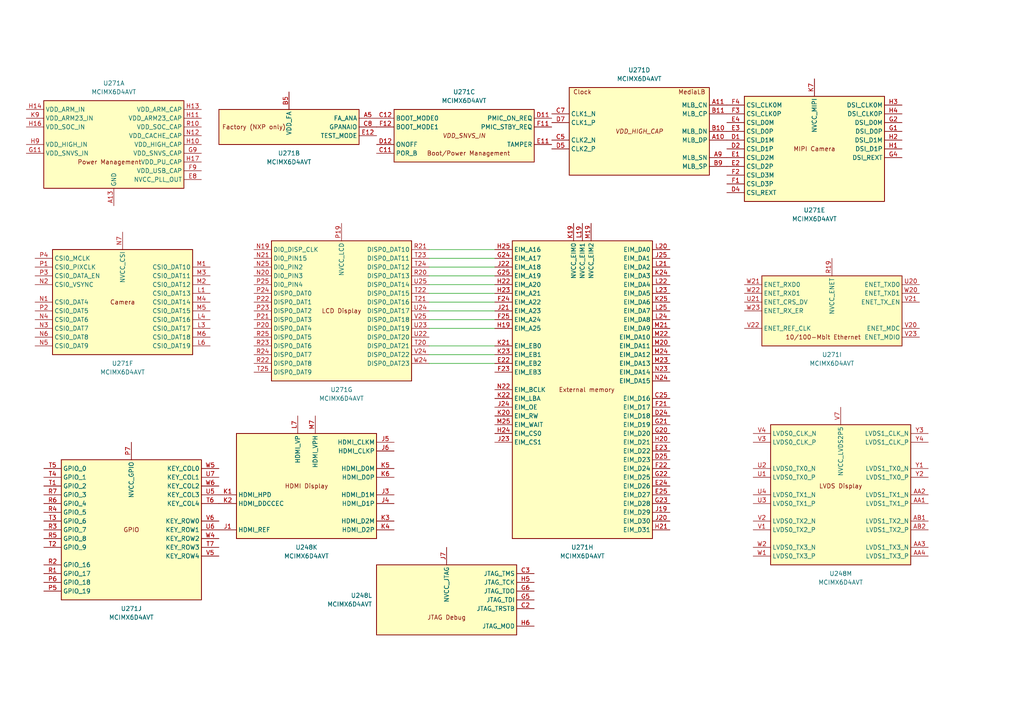
<source format=kicad_sch>
(kicad_sch (version 20250114) (generator "eeschema") (generator_version "9.0")
  (paper "A4")
  (wire (pts (xy 143.51 72.39) (xy 124.46 72.39)))
  (wire (pts (xy 143.51 92.71) (xy 124.46 92.71)))
  (wire (pts (xy 143.51 74.93) (xy 124.46 74.93)))
  (wire (pts (xy 143.51 100.33) (xy 124.46 100.33)))
  (wire (pts (xy 143.51 95.25) (xy 124.46 95.25)))
  (wire (pts (xy 143.51 82.55) (xy 124.46 82.55)))
  (wire (pts (xy 143.51 77.47) (xy 124.46 77.47)))
  (wire (pts (xy 143.51 102.87) (xy 124.46 102.87)))
  (wire (pts (xy 143.51 87.63) (xy 124.46 87.63)))
  (wire (pts (xy 143.51 105.41) (xy 124.46 105.41)))
  (wire (pts (xy 143.51 80.01) (xy 124.46 80.01)))
  (wire (pts (xy 143.51 90.17) (xy 124.46 90.17)))
  (wire (pts (xy 143.51 85.09) (xy 124.46 85.09)))
  (symbol (lib_id "CPU_NXP_IMX:MCIMX6D4AVT") (at 83.82 36.83 0) (unit 2)
    (property "Reference" "U271" (at 83.82 44.45 0))
    (property "Value" "MCIMX6D4AVT" (at 83.82 46.99 0))
    (property "Footprint" "Package_BGA:BGA-624_21x21mm_Layout25x25_P0.8mm" (effects (hide yes)))
    (property "Datasheet" "https://www.nxp.com/docs/en/data-sheet/IMX6DQAEC.pdf" (effects (hide yes)))
    (property "Description" "i.MX 6Dual Automotive and Infotainment Application Processor, BGA-624" (effects (hide yes)))
  )
  (symbol (lib_id "CPU_NXP_IMX:MCIMX6D4AVT") (at 88.9 140.97 0) (unit 11)
    (property "Reference" "U248" (at 88.9 158.75 0))
    (property "Value" "MCIMX6D4AVT" (at 88.9 161.29 0))
    (property "Footprint" "Package_BGA:BGA-624_21x21mm_Layout25x25_P0.8mm" (effects (hide yes)))
    (property "Datasheet" "https://www.nxp.com/docs/en/data-sheet/IMX6DQAEC.pdf" (effects (hide yes)))
    (property "Description" "i.MX 6Dual Automotive and Infotainment Application Processor, BGA-624" (effects (hide yes)))
  )
  (symbol (lib_id "CPU_NXP_IMX:MCIMX6D4AVT") (at 38.1 153.67 0) (unit 10)
    (property "Reference" "U271" (at 38.1 176.53 0))
    (property "Value" "MCIMX6D4AVT" (at 38.1 179.07 0))
    (property "Footprint" "Package_BGA:BGA-624_21x21mm_Layout25x25_P0.8mm" (effects (hide yes)))
    (property "Datasheet" "https://www.nxp.com/docs/en/data-sheet/IMX6DQAEC.pdf" (effects (hide yes)))
    (property "Description" "i.MX 6Dual Automotive and Infotainment Application Processor, BGA-624" (effects (hide yes)))
  )
  (symbol (lib_id "CPU_NXP_IMX:MCIMX6D4AVT") (at 134.62 39.37 0) (unit 3)
    (property "Reference" "U271" (at 134.62 26.67 0))
    (property "Value" "MCIMX6D4AVT" (at 134.62 29.21 0))
    (property "Footprint" "Package_BGA:BGA-624_21x21mm_Layout25x25_P0.8mm" (effects (hide yes)))
    (property "Datasheet" "https://www.nxp.com/docs/en/data-sheet/IMX6DQAEC.pdf" (effects (hide yes)))
    (property "Description" "i.MX 6Dual Automotive and Infotainment Application Processor, BGA-624" (effects (hide yes)))
  )
  (symbol (lib_id "CPU_NXP_IMX:MCIMX6D4AVT") (at 35.56 87.63 0) (unit 6)
    (property "Reference" "U271" (at 35.56 105.41 0))
    (property "Value" "MCIMX6D4AVT" (at 35.56 107.95 0))
    (property "Footprint" "Package_BGA:BGA-624_21x21mm_Layout25x25_P0.8mm" (effects (hide yes)))
    (property "Datasheet" "https://www.nxp.com/docs/en/data-sheet/IMX6DQAEC.pdf" (effects (hide yes)))
    (property "Description" "i.MX 6Dual Automotive and Infotainment Application Processor, BGA-624" (effects (hide yes)))
  )
  (symbol (lib_id "CPU_NXP_IMX:MCIMX6D4AVT") (at 99.06 90.17 0) (unit 7)
    (property "Reference" "U271" (at 99.06 113.03 0))
    (property "Value" "MCIMX6D4AVT" (at 99.06 115.57 0))
    (property "Footprint" "Package_BGA:BGA-624_21x21mm_Layout25x25_P0.8mm" (effects (hide yes)))
    (property "Datasheet" "https://www.nxp.com/docs/en/data-sheet/IMX6DQAEC.pdf" (effects (hide yes)))
    (property "Description" "i.MX 6Dual Automotive and Infotainment Application Processor, BGA-624" (effects (hide yes)))
  )
  (symbol (lib_id "CPU_NXP_IMX:MCIMX6D4AVT") (at 168.91 113.03 0) (unit 8)
    (property "Reference" "U271" (at 168.91 158.75 0))
    (property "Value" "MCIMX6D4AVT" (at 168.91 161.29 0))
    (property "Footprint" "Package_BGA:BGA-624_21x21mm_Layout25x25_P0.8mm" (effects (hide yes)))
    (property "Datasheet" "https://www.nxp.com/docs/en/data-sheet/IMX6DQAEC.pdf" (effects (hide yes)))
    (property "Description" "i.MX 6Dual Automotive and Infotainment Application Processor, BGA-624" (effects (hide yes)))
  )
  (symbol (lib_id "CPU_NXP_IMX:MCIMX6D4AVT") (at 243.84 143.51 0) (unit 13)
    (property "Reference" "U248" (at 243.84 166.37 0))
    (property "Value" "MCIMX6D4AVT" (at 243.84 168.91 0))
    (property "Footprint" "Package_BGA:BGA-624_21x21mm_Layout25x25_P0.8mm" (effects (hide yes)))
    (property "Datasheet" "https://www.nxp.com/docs/en/data-sheet/IMX6DQAEC.pdf" (effects (hide yes)))
    (property "Description" "i.MX 6Dual Automotive and Infotainment Application Processor, BGA-624" (effects (hide yes)))
  )
  (symbol (lib_id "CPU_NXP_IMX:MCIMX6D4AVT") (at 33.02 41.91 0) (unit 1)
    (property "Reference" "U271" (at 33.02 24.13 0))
    (property "Value" "MCIMX6D4AVT" (at 33.02 26.67 0))
    (property "Footprint" "Package_BGA:BGA-624_21x21mm_Layout25x25_P0.8mm" (effects (hide yes)))
    (property "Datasheet" "https://www.nxp.com/docs/en/data-sheet/IMX6DQAEC.pdf" (effects (hide yes)))
    (property "Description" "i.MX 6Dual Automotive and Infotainment Application Processor, BGA-624" (effects (hide yes)))
  )
  (symbol (lib_id "CPU_NXP_IMX:MCIMX6D4AVT") (at 129.54 173.99 0) (unit 12)
    (property "Reference" "U248" (at 107.95 172.7199 0) (effects (justify right)))
    (property "Value" "MCIMX6D4AVT" (at 107.95 175.2599 0) (effects (justify right)))
    (property "Footprint" "Package_BGA:BGA-624_21x21mm_Layout25x25_P0.8mm" (effects (hide yes)))
    (property "Datasheet" "https://www.nxp.com/docs/en/data-sheet/IMX6DQAEC.pdf" (effects (hide yes)))
    (property "Description" "i.MX 6Dual Automotive and Infotainment Application Processor, BGA-624" (effects (hide yes)))
  )
  (symbol (lib_id "CPU_NXP_IMX:MCIMX6D4AVT") (at 241.3 90.17 0) (unit 9)
    (property "Reference" "U271" (at 241.3 102.87 0))
    (property "Value" "MCIMX6D4AVT" (at 241.3 105.41 0))
    (property "Footprint" "Package_BGA:BGA-624_21x21mm_Layout25x25_P0.8mm" (effects (hide yes)))
    (property "Datasheet" "https://www.nxp.com/docs/en/data-sheet/IMX6DQAEC.pdf" (effects (hide yes)))
    (property "Description" "i.MX 6Dual Automotive and Infotainment Application Processor, BGA-624" (effects (hide yes)))
  )
  (symbol (lib_id "CPU_NXP_IMX:MCIMX6D4AVT") (at 185.42 38.1 0) (unit 4)
    (property "Reference" "U271" (at 185.42 20.32 0))
    (property "Value" "MCIMX6D4AVT" (at 185.42 22.86 0))
    (property "Footprint" "Package_BGA:BGA-624_21x21mm_Layout25x25_P0.8mm" (effects (hide yes)))
    (property "Datasheet" "https://www.nxp.com/docs/en/data-sheet/IMX6DQAEC.pdf" (effects (hide yes)))
    (property "Description" "i.MX 6Dual Automotive and Infotainment Application Processor, BGA-624" (effects (hide yes)))
  )
  (symbol (lib_id "CPU_NXP_IMX:MCIMX6D4AVT") (at 236.22 43.18 0) (unit 5)
    (property "Reference" "U271" (at 236.22 60.96 0))
    (property "Value" "MCIMX6D4AVT" (at 236.22 63.5 0))
    (property "Footprint" "Package_BGA:BGA-624_21x21mm_Layout25x25_P0.8mm" (effects (hide yes)))
    (property "Datasheet" "https://www.nxp.com/docs/en/data-sheet/IMX6DQAEC.pdf" (effects (hide yes)))
    (property "Description" "i.MX 6Dual Automotive and Infotainment Application Processor, BGA-624" (effects (hide yes)))
  )
)
</source>
